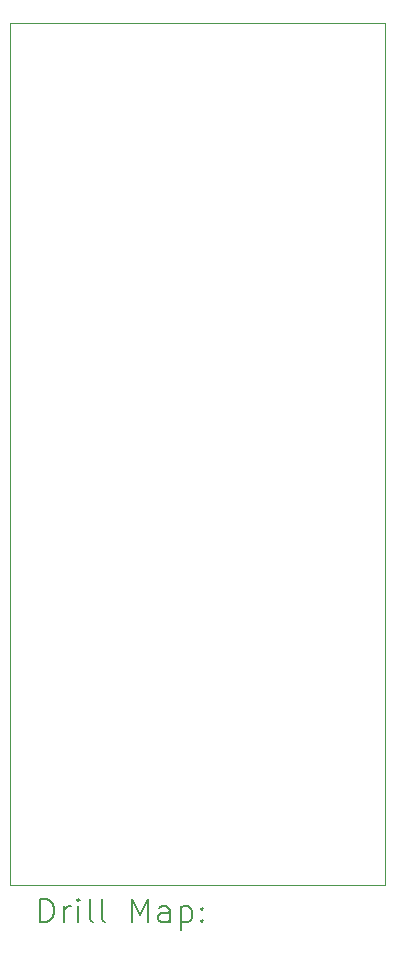
<source format=gbr>
%TF.GenerationSoftware,KiCad,Pcbnew,9.0.4*%
%TF.CreationDate,2025-09-14T15:24:18+10:00*%
%TF.ProjectId,opensenceesp32,6f70656e-7365-46e6-9365-65737033322e,rev?*%
%TF.SameCoordinates,Original*%
%TF.FileFunction,Drillmap*%
%TF.FilePolarity,Positive*%
%FSLAX45Y45*%
G04 Gerber Fmt 4.5, Leading zero omitted, Abs format (unit mm)*
G04 Created by KiCad (PCBNEW 9.0.4) date 2025-09-14 15:24:18*
%MOMM*%
%LPD*%
G01*
G04 APERTURE LIST*
%ADD10C,0.050000*%
%ADD11C,0.200000*%
G04 APERTURE END LIST*
D10*
X21463000Y-5842000D02*
X21463000Y-13144500D01*
X24638000Y-13144499D02*
X24638000Y-5842000D01*
X24638000Y-5842000D02*
X21463000Y-5842000D01*
X21463000Y-13144500D02*
X24638000Y-13144500D01*
D11*
X21721277Y-13458484D02*
X21721277Y-13258484D01*
X21721277Y-13258484D02*
X21768896Y-13258484D01*
X21768896Y-13258484D02*
X21797467Y-13268008D01*
X21797467Y-13268008D02*
X21816515Y-13287055D01*
X21816515Y-13287055D02*
X21826039Y-13306103D01*
X21826039Y-13306103D02*
X21835563Y-13344198D01*
X21835563Y-13344198D02*
X21835563Y-13372769D01*
X21835563Y-13372769D02*
X21826039Y-13410865D01*
X21826039Y-13410865D02*
X21816515Y-13429912D01*
X21816515Y-13429912D02*
X21797467Y-13448960D01*
X21797467Y-13448960D02*
X21768896Y-13458484D01*
X21768896Y-13458484D02*
X21721277Y-13458484D01*
X21921277Y-13458484D02*
X21921277Y-13325150D01*
X21921277Y-13363246D02*
X21930801Y-13344198D01*
X21930801Y-13344198D02*
X21940324Y-13334674D01*
X21940324Y-13334674D02*
X21959372Y-13325150D01*
X21959372Y-13325150D02*
X21978420Y-13325150D01*
X22045086Y-13458484D02*
X22045086Y-13325150D01*
X22045086Y-13258484D02*
X22035563Y-13268008D01*
X22035563Y-13268008D02*
X22045086Y-13277531D01*
X22045086Y-13277531D02*
X22054610Y-13268008D01*
X22054610Y-13268008D02*
X22045086Y-13258484D01*
X22045086Y-13258484D02*
X22045086Y-13277531D01*
X22168896Y-13458484D02*
X22149848Y-13448960D01*
X22149848Y-13448960D02*
X22140324Y-13429912D01*
X22140324Y-13429912D02*
X22140324Y-13258484D01*
X22273658Y-13458484D02*
X22254610Y-13448960D01*
X22254610Y-13448960D02*
X22245086Y-13429912D01*
X22245086Y-13429912D02*
X22245086Y-13258484D01*
X22502229Y-13458484D02*
X22502229Y-13258484D01*
X22502229Y-13258484D02*
X22568896Y-13401341D01*
X22568896Y-13401341D02*
X22635562Y-13258484D01*
X22635562Y-13258484D02*
X22635562Y-13458484D01*
X22816515Y-13458484D02*
X22816515Y-13353722D01*
X22816515Y-13353722D02*
X22806991Y-13334674D01*
X22806991Y-13334674D02*
X22787943Y-13325150D01*
X22787943Y-13325150D02*
X22749848Y-13325150D01*
X22749848Y-13325150D02*
X22730801Y-13334674D01*
X22816515Y-13448960D02*
X22797467Y-13458484D01*
X22797467Y-13458484D02*
X22749848Y-13458484D01*
X22749848Y-13458484D02*
X22730801Y-13448960D01*
X22730801Y-13448960D02*
X22721277Y-13429912D01*
X22721277Y-13429912D02*
X22721277Y-13410865D01*
X22721277Y-13410865D02*
X22730801Y-13391817D01*
X22730801Y-13391817D02*
X22749848Y-13382293D01*
X22749848Y-13382293D02*
X22797467Y-13382293D01*
X22797467Y-13382293D02*
X22816515Y-13372769D01*
X22911753Y-13325150D02*
X22911753Y-13525150D01*
X22911753Y-13334674D02*
X22930801Y-13325150D01*
X22930801Y-13325150D02*
X22968896Y-13325150D01*
X22968896Y-13325150D02*
X22987943Y-13334674D01*
X22987943Y-13334674D02*
X22997467Y-13344198D01*
X22997467Y-13344198D02*
X23006991Y-13363246D01*
X23006991Y-13363246D02*
X23006991Y-13420388D01*
X23006991Y-13420388D02*
X22997467Y-13439436D01*
X22997467Y-13439436D02*
X22987943Y-13448960D01*
X22987943Y-13448960D02*
X22968896Y-13458484D01*
X22968896Y-13458484D02*
X22930801Y-13458484D01*
X22930801Y-13458484D02*
X22911753Y-13448960D01*
X23092705Y-13439436D02*
X23102229Y-13448960D01*
X23102229Y-13448960D02*
X23092705Y-13458484D01*
X23092705Y-13458484D02*
X23083182Y-13448960D01*
X23083182Y-13448960D02*
X23092705Y-13439436D01*
X23092705Y-13439436D02*
X23092705Y-13458484D01*
X23092705Y-13334674D02*
X23102229Y-13344198D01*
X23102229Y-13344198D02*
X23092705Y-13353722D01*
X23092705Y-13353722D02*
X23083182Y-13344198D01*
X23083182Y-13344198D02*
X23092705Y-13334674D01*
X23092705Y-13334674D02*
X23092705Y-13353722D01*
M02*

</source>
